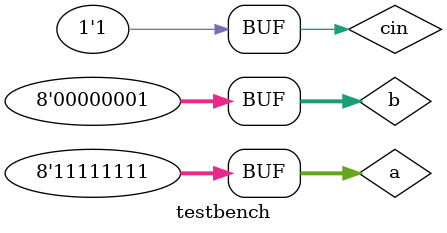
<source format=v>
module testbench;
    reg [7:0] a, b;
    reg cin;
    wire [7:0] sum;
    wire cout;

    // Instantiate the 8-bit adder
    adder_8bit uut (
        .a(a),
        .b(b),
        .cin(cin),
        .sum(sum),
        .cout(cout)
    );

    initial begin
        // Test vector 1
        a = 8'h55;  // 01010101
        b = 8'hAA;  // 10101010
        cin = 0;
        #10;

        // Test vector 2
        a = 8'hFF;  // 11111111
        b = 8'h01;  // 00000001
        cin = 1;
        #10;

        // Add more test vectors as needed
    end
endmodule

</source>
